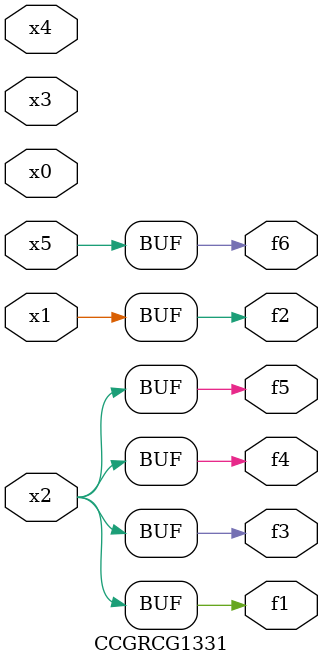
<source format=v>
module CCGRCG1331(
	input x0, x1, x2, x3, x4, x5,
	output f1, f2, f3, f4, f5, f6
);
	assign f1 = x2;
	assign f2 = x1;
	assign f3 = x2;
	assign f4 = x2;
	assign f5 = x2;
	assign f6 = x5;
endmodule

</source>
